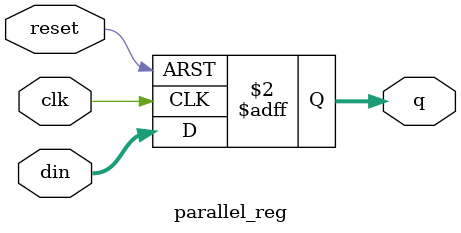
<source format=v>
`timescale 1ns / 1ps
module parallel_reg(clk,din,q,reset
    );
	input clk;
	input [7:0] din;
	output reg [7:0] q;
	input reset;
	
	always @(negedge clk or posedge reset)
	begin
		if (reset)
		begin
			 q <= 8'b00000000;
		end
		else begin
			q <= din;
			end
   	end
	
endmodule

</source>
